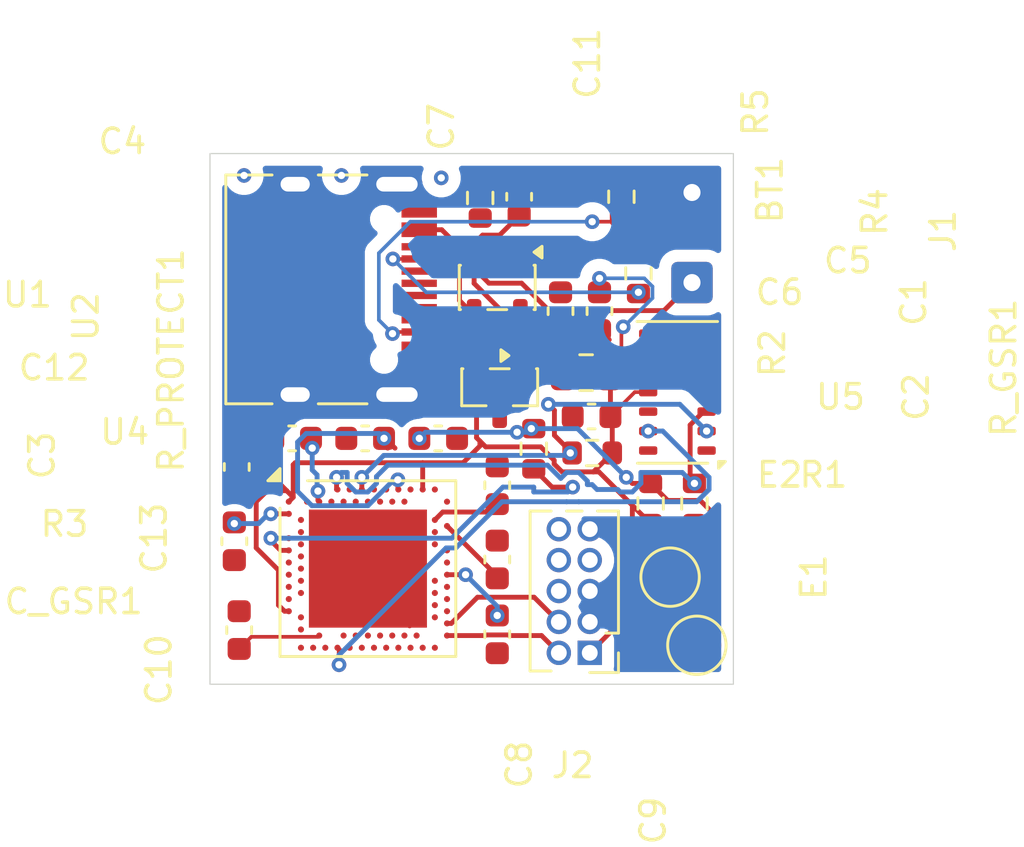
<source format=kicad_pcb>
(kicad_pcb (version 20241229) (generator "pcbnew") (generator_version "9.0")
  (layers (0 "F.Cu" signal) (2 "B.Cu" signal) (13 "F.Paste" user) (15 "B.Paste" user) (5 "F.SilkS" user "F.Silkscreen") (7 "B.SilkS" user "B.Silkscreen") (1 "F.Mask" user) (3 "B.Mask" user) (25 "Edge.Cuts" user))
  (net 0 "")
  (net 1 "GND")
  (net 2 "/VDD")
  (net 4 "/VBUS")
  (net 5 "Net-(U2-PROG)")
  (net 12 "/SWDIO")
  (net 13 "Net-(U4-AIN7{slash}P0.31)")
  (net 14 "Net-(U4-DEC4)")
  (net 20 "/SWCLK")
  (net 26 "Net-(U4-AIN0{slash}P0.02)")
  (net 31 "Net-(U4-DECUSB)")
  (net 39 "Net-(U4-DEC6)")
  (net 47 "Net-(U4-DEC2)")
  (net 50 "Net-(U4-DEC1)")
  (net 52 "Net-(U4-DEC5)")
  (net 59 "Net-(U4-DEC3)")
  (net 61 "Net-(U4-P0.13)")
  (net 79 "Net-(J1-CC1)")
  (net 80 "Net-(J1-CC2)")
  (net 86 "/GSR_SENSE")
  (net 87 "/GSR_ADC")
  (net 88 "/VBAT")
  (net 89 "unconnected-(U4-AIN1{slash}P0.03-PadB13)")
  (net 91 "unconnected-(U4-P0.18{slash}~{RESET}-PadAC13)")
  (footprint "Resistor_SMD:R_0603_1608Metric" (layer "F.Cu") (at 191.2 33.475 90)
    (property "Reference" "R2" (at 6.175 3.2 90) (layer "F.SilkS"))
    (property "Value" "4.7k")
    (pad "1" smd roundrect (at -0.825 0 90) (size 0.8 0.95) (layers "F.Cu" "F.Mask" "F.Paste") (net 2 "/VDD"))
    (pad "2" smd roundrect (at 0.825 0 90) (size 0.8 0.95) (layers "F.Cu" "F.Mask" "F.Paste") (net 13 "Net-(U4-AIN7{slash}P0.31)"))
  )
  (footprint "Capacitor_SMD:C_0603_1608Metric" (layer "F.Cu") (at 183.1 35.775 -90)
    (property "Reference" "C9" (at 10.725 -6.4 90) (layer "F.SilkS"))
    (property "Value" "1uF")
    (pad "1" smd roundrect (at -0.775 0 270) (size 0.9 0.95) (layers "F.Cu" "F.Mask" "F.Paste") (net 1 "GND"))
    (pad "2" smd roundrect (at 0.775 0 270) (size 0.9 0.95) (layers "F.Cu" "F.Mask" "F.Paste") (net 39 "Net-(U4-DEC6)"))
  )
  (footprint "Capacitor_SMD:C_0603_1608Metric" (layer "F.Cu") (at 184 20.875 90)
    (property "Reference" "C7" (at 2.875 -3.2 90) (layer "F.SilkS"))
    (property "Value" "1uF")
    (pad "1" smd roundrect (at -0.775 0 90) (size 0.9 0.95) (layers "F.Cu" "F.Mask" "F.Paste") (net 88 "/VBAT"))
    (pad "2" smd roundrect (at 0.775 0 90) (size 0.9 0.95) (layers "F.Cu" "F.Mask" "F.Paste") (net 1 "GND"))
  )
  (footprint "Capacitor_SMD:C_0603_1608Metric" (layer "F.Cu") (at 177.675 30.8)
    (property "Reference" "C12" (at -12.775 -2.9 0) (layer "F.SilkS"))
    (property "Value" "1uF")
    (pad "1" smd roundrect (at -0.775 0) (size 0.9 0.95) (layers "F.Cu" "F.Mask" "F.Paste") (net 1 "GND"))
    (pad "2" smd roundrect (at 0.775 0) (size 0.9 0.95) (layers "F.Cu" "F.Mask" "F.Paste") (net 47 "Net-(U4-DEC2)"))
  )
  (footprint "Capacitor_SMD:C_0805_2012Metric" (layer "F.Cu") (at 186.75 28.1)
    (property "Reference" "C6" (at 7.95 -3.3 0) (layer "F.SilkS"))
    (property "Value" "4.7uF")
    (pad "1" smd roundrect (at -0.95 0) (size 1 1.45) (layers "F.Cu" "F.Mask" "F.Paste") (net 1 "GND"))
    (pad "2" smd roundrect (at 0.95 0) (size 1 1.45) (layers "F.Cu" "F.Mask" "F.Paste") (net 2 "/VDD"))
  )
  (footprint "Connector_Wire:SolderWire-0.127sqmm_1x02_P3.7mm_D0.48mm_OD1mm" (layer "F.Cu") (at 191.1 24.4 90)
    (property "Reference" "BT1" (at 3.8 3.2 90) (layer "F.SilkS"))
    (property "Value" "Battery")
    (pad "1" thru_hole roundrect (at 0 0 90) (size 1.7 1.7) (drill 0.7) (layers "*.Cu" "*.Mask") (roundrect_rratio 0.147059) (net 88 "/VBAT"))
    (pad "2" thru_hole circle (at 3.7 0 90) (size 1.7 1.7) (drill 0.7) (layers "*.Cu" "*.Mask") (net 1 "GND"))
  )
  (footprint "Package_TO_SOT_SMD:SOT-23-5" (layer "F.Cu") (at 183.1 24.6 -90)
    (property "Reference" "U2" (at 1.2 16.9 90) (layer "F.SilkS"))
    (property "Value" "MCP73831-2-OT")
    (pad "1" smd roundrect (at -1.1375 -0.95 270) (size 1.325 0.6) (layers "F.Cu" "F.Mask" "F.Paste"))
    (pad "2" smd roundrect (at -1.1375 0 270) (size 1.325 0.6) (layers "F.Cu" "F.Mask" "F.Paste") (net 1 "GND"))
    (pad "3" smd roundrect (at -1.1375 0.95 270) (size 1.325 0.6) (layers "F.Cu" "F.Mask" "F.Paste") (net 88 "/VBAT"))
    (pad "4" smd roundrect (at 1.1375 0.95 270) (size 1.325 0.6) (layers "F.Cu" "F.Mask" "F.Paste") (net 4 "/VBUS"))
    (pad "5" smd roundrect (at 1.1375 -0.95 270) (size 1.325 0.6) (layers "F.Cu" "F.Mask" "F.Paste") (net 5 "Net-(U2-PROG)"))
  )
  (footprint "Package_DFN_QFN:Nordic_AQFN-73-1EP_7x7mm_P0.5mm" (layer "F.Cu") (at 177.7875 36.15)
    (property "Reference" "U4" (at -9.9875 -5.6125 0) (layer "F.SilkS"))
    (property "Value" "nRF52840")
    (pad "A8" smd circle (at -1.25 -3.25 180) (size 0.25 0.25) (property pad_prop_bga) (layers "F.Cu" "F.Mask" "F.Paste") (net 13 "Net-(U4-AIN7{slash}P0.31)"))
    (pad "A10" smd circle (at -0.75 -3.25 180) (size 0.25 0.25) (property pad_prop_bga) (layers "F.Cu" "F.Mask" "F.Paste"))
    (pad "A12" smd circle (at -0.25 -3.25 180) (size 0.25 0.25) (property pad_prop_bga) (layers "F.Cu" "F.Mask" "F.Paste") (net 26 "Net-(U4-AIN0{slash}P0.02)"))
    (pad "A14" smd circle (at 0.25 -3.25 180) (size 0.25 0.25) (property pad_prop_bga) (layers "F.Cu" "F.Mask" "F.Paste"))
    (pad "A16" smd circle (at 0.75 -3.25 180) (size 0.25 0.25) (property pad_prop_bga) (layers "F.Cu" "F.Mask" "F.Paste"))
    (pad "A18" smd circle (at 1.25 -3.25 180) (size 0.25 0.25) (property pad_prop_bga) (layers "F.Cu" "F.Mask" "F.Paste") (net 47 "Net-(U4-DEC2)"))
    (pad "A20" smd circle (at 1.75 -3.25 180) (size 0.25 0.25) (property pad_prop_bga) (layers "F.Cu" "F.Mask" "F.Paste"))
    (pad "A22" smd circle (at 2.25 -3.25 180) (size 0.25 0.25) (property pad_prop_bga) (layers "F.Cu" "F.Mask" "F.Paste") (net 2 "/VDD"))
    (pad "A23" smd circle (at 2.75 -3.25 180) (size 0.25 0.25) (property pad_prop_bga) (layers "F.Cu" "F.Mask" "F.Paste"))
    (pad "AA24" smd circle (at 3.25 2.25 180) (size 0.25 0.25) (property pad_prop_bga) (layers "F.Cu" "F.Mask" "F.Paste") (net 20 "/SWCLK"))
    (pad "AB2" smd circle (at -2.75 2.5 180) (size 0.25 0.25) (property pad_prop_bga) (layers "F.Cu" "F.Mask" "F.Paste") (clearance 0.1))
    (pad "AC5" smd circle (at -2 2.75 180) (size 0.25 0.25) (property pad_prop_bga) (layers "F.Cu" "F.Mask" "F.Paste") (net 31 "Net-(U4-DECUSB)"))
    (pad "AC9" smd circle (at -1 2.75 180) (size 0.25 0.25) (property pad_prop_bga) (layers "F.Cu" "F.Mask" "F.Paste"))
    (pad "AC11" smd circle (at -0.5 2.75 180) (size 0.25 0.25) (property pad_prop_bga) (layers "F.Cu" "F.Mask" "F.Paste"))
    (pad "AC13" smd circle (at 0 2.75 180) (size 0.25 0.25) (property pad_prop_bga) (layers "F.Cu" "F.Mask" "F.Paste") (net 91 "unconnected-(U4-P0.18{slash}~{RESET}-PadAC13)"))
    (pad "AC15" smd circle (at 0.5 2.75 180) (size 0.25 0.25) (property pad_prop_bga) (layers "F.Cu" "F.Mask" "F.Paste"))
    (pad "AC17" smd circle (at 1 2.75 180) (size 0.25 0.25) (property pad_prop_bga) (layers "F.Cu" "F.Mask" "F.Paste"))
    (pad "AC19" smd circle (at 1.5 2.75 180) (size 0.25 0.25) (property pad_prop_bga) (layers "F.Cu" "F.Mask" "F.Paste"))
    (pad "AC21" smd circle (at 2 2.75 180) (size 0.25 0.25) (property pad_prop_bga) (layers "F.Cu" "F.Mask" "F.Paste"))
    (pad "AC24" smd circle (at 3.25 2.75 180) (size 0.25 0.25) (property pad_prop_bga) (layers "F.Cu" "F.Mask" "F.Paste") (net 12 "/SWDIO"))
    (pad "AD2" smd circle (at -2.75 3.25 180) (size 0.25 0.25) (property pad_prop_bga) (layers "F.Cu" "F.Mask" "F.Paste") (clearance 0.1))
    (pad "AD4" smd circle (at -2.25 3.25 180) (size 0.25 0.25) (property pad_prop_bga) (layers "F.Cu" "F.Mask" "F.Paste"))
    (pad "AD6" smd circle (at -1.75 3.25 180) (size 0.25 0.25) (property pad_prop_bga) (layers "F.Cu" "F.Mask" "F.Paste"))
    (pad "AD8" smd circle (at -1.25 3.25 180) (size 0.25 0.25) (property pad_prop_bga) (layers "F.Cu" "F.Mask" "F.Paste") (net 61 "Net-(U4-P0.13)"))
    (pad "AD10" smd circle (at -0.75 3.25 180) (size 0.25 0.25) (property pad_prop_bga) (layers "F.Cu" "F.Mask" "F.Paste"))
    (pad "AD12" smd circle (at -0.25 3.25 180) (size 0.25 0.25) (property pad_prop_bga) (layers "F.Cu" "F.Mask" "F.Paste"))
    (pad "AD14" smd circle (at 0.25 3.25 180) (size 0.25 0.25) (property pad_prop_bga) (layers "F.Cu" "F.Mask" "F.Paste") (net 2 "/VDD"))
    (pad "AD16" smd circle (at 0.75 3.25 180) (size 0.25 0.25) (property pad_prop_bga) (layers "F.Cu" "F.Mask" "F.Paste"))
    (pad "AD18" smd circle (at 1.25 3.25 180) (size 0.25 0.25) (property pad_prop_bga) (layers "F.Cu" "F.Mask" "F.Paste"))
    (pad "AD20" smd circle (at 1.75 3.25 180) (size 0.25 0.25) (property pad_prop_bga) (layers "F.Cu" "F.Mask" "F.Paste"))
    (pad "AD22" smd circle (at 2.25 3.25 180) (size 0.25 0.25) (property pad_prop_bga) (layers "F.Cu" "F.Mask" "F.Paste"))
    (pad "AD23" smd circle (at 2.75 3.25 180) (size 0.25 0.25) (property pad_prop_bga) (layers "F.Cu" "F.Mask" "F.Paste") (net 2 "/VDD"))
    (pad "B1" smd circle (at -3.25 -2.75 180) (size 0.25 0.25) (property pad_prop_bga) (layers "F.Cu" "F.Mask" "F.Paste") (net 2 "/VDD"))
    (pad "B3" smd circle (at -2.5 -2.75 180) (size 0.25 0.25) (property pad_prop_bga) (layers "F.Cu" "F.Mask" "F.Paste"))
    (pad "B5" smd circle (at -2 -2.75 180) (size 0.25 0.25) (property pad_prop_bga) (layers "F.Cu" "F.Mask" "F.Paste") (net 14 "Net-(U4-DEC4)"))
    (pad "B7" smd circle (at -1.5 -2.75 180) (size 0.25 0.25) (property pad_prop_bga) (layers "F.Cu" "F.Mask" "F.Paste") (net 1 "GND"))
    (pad "B9" smd circle (at -1 -2.75 180) (size 0.25 0.25) (property pad_prop_bga) (layers "F.Cu" "F.Mask" "F.Paste"))
    (pad "B11" smd circle (at -0.5 -2.75 180) (size 0.25 0.25) (property pad_prop_bga) (layers "F.Cu" "F.Mask" "F.Paste"))
    (pad "B13" smd circle (at 0 -2.75 180) (size 0.25 0.25) (property pad_prop_bga) (layers "F.Cu" "F.Mask" "F.Paste") (net 89 "unconnected-(U4-AIN1{slash}P0.03-PadB13)"))
    (pad "B15" smd circle (at 0.5 -2.75 180) (size 0.25 0.25) (property pad_prop_bga) (layers "F.Cu" "F.Mask" "F.Paste"))
    (pad "B17" smd circle (at 1 -2.75 180) (size 0.25 0.25) (property pad_prop_bga) (layers "F.Cu" "F.Mask" "F.Paste"))
    (pad "B19" smd circle (at 1.5 -2.75 180) (size 0.25 0.25) (property pad_prop_bga) (layers "F.Cu" "F.Mask" "F.Paste"))
    (pad "B24" smd circle (at 3.25 -2.75 180) (size 0.25 0.25) (property pad_prop_bga) (layers "F.Cu" "F.Mask" "F.Paste"))
    (pad "C1" smd circle (at -3.25 -2.25 180) (size 0.25 0.25) (property pad_prop_bga) (layers "F.Cu" "F.Mask" "F.Paste") (net 50 "Net-(U4-DEC1)"))
    (pad "D2" smd circle (at -2.75 -2 180) (size 0.25 0.25) (property pad_prop_bga) (layers "F.Cu" "F.Mask" "F.Paste"))
    (pad "D23" smd circle (at 2.75 -2 180) (size 0.25 0.25) (property pad_prop_bga) (layers "F.Cu" "F.Mask" "F.Paste") (net 59 "Net-(U4-DEC3)"))
    (pad "E24" smd circle (at 3.25 -1.75 180) (size 0.25 0.25) (property pad_prop_bga) (layers "F.Cu" "F.Mask" "F.Paste") (net 39 "Net-(U4-DEC6)"))
    (pad "EP" smd rect (at 0 0 180) (size 4.85 4.85) (layers "F.Cu" "F.Mask") (net 1 "GND"))
    (pad "F2" smd circle (at -2.75 -1.5 180) (size 0.25 0.25) (property pad_prop_bga) (layers "F.Cu" "F.Mask" "F.Paste"))
    (pad "F23" smd circle (at 2.75 -1.5 180) (size 0.25 0.25) (property pad_prop_bga) (layers "F.Cu" "F.Mask" "F.Paste") (net 1 "GND"))
    (pad "G1" smd circle (at -3.25 -1.25 180) (size 0.25 0.25) (property pad_prop_bga) (layers "F.Cu" "F.Mask" "F.Paste"))
    (pad "H2" smd circle (at -2.75 -1 180) (size 0.25 0.25) (property pad_prop_bga) (layers "F.Cu" "F.Mask" "F.Paste"))
    (pad "H23" smd circle (at 2.75 -1 180) (size 0.25 0.25) (property pad_prop_bga) (layers "F.Cu" "F.Mask" "F.Paste"))
    (pad "J1" smd circle (at -3.25 -0.75 180) (size 0.25 0.25) (property pad_prop_bga) (layers "F.Cu" "F.Mask" "F.Paste") (net 87 "/GSR_ADC"))
    (pad "J24" smd circle (at 3.25 -0.75 180) (size 0.25 0.25) (property pad_prop_bga) (layers "F.Cu" "F.Mask" "F.Paste"))
    (pad "K2" smd circle (at -2.75 -0.5 180) (size 0.25 0.25) (property pad_prop_bga) (layers "F.Cu" "F.Mask" "F.Paste"))
    (pad "L1" smd circle (at -3.25 -0.25 180) (size 0.25 0.25) (property pad_prop_bga) (layers "F.Cu" "F.Mask" "F.Paste"))
    (pad "L24" smd circle (at 3.25 -0.25 180) (size 0.25 0.25) (property pad_prop_bga) (layers "F.Cu" "F.Mask" "F.Paste"))
    (pad "M2" smd circle (at -2.75 0 180) (size 0.25 0.25) (property pad_prop_bga) (layers "F.Cu" "F.Mask" "F.Paste"))
    (pad "N1" smd circle (at -3.25 0.25 180) (size 0.25 0.25) (property pad_prop_bga) (layers "F.Cu" "F.Mask" "F.Paste"))
    (pad "N24" smd circle (at 3.25 0.25 180) (size 0.25 0.25) (property pad_prop_bga) (layers "F.Cu" "F.Mask" "F.Paste") (net 52 "Net-(U4-DEC5)"))
    (pad "P2" smd circle (at -2.75 0.5 180) (size 0.25 0.25) (property pad_prop_bga) (layers "F.Cu" "F.Mask" "F.Paste"))
    (pad "P23" smd circle (at 2.75 0.5 180) (size 0.25 0.25) (property pad_prop_bga) (layers "F.Cu" "F.Mask" "F.Paste"))
    (pad "R1" smd circle (at -3.25 0.75 180) (size 0.25 0.25) (property pad_prop_bga) (layers "F.Cu" "F.Mask" "F.Paste"))
    (pad "R24" smd circle (at 3.25 0.75 180) (size 0.25 0.25) (property pad_prop_bga) (layers "F.Cu" "F.Mask" "F.Paste"))
    (pad "T2" smd circle (at -2.75 1 180) (size 0.25 0.25) (property pad_prop_bga) (layers "F.Cu" "F.Mask" "F.Paste"))
    (pad "T23" smd circle (at 2.75 1 180) (size 0.25 0.25) (property pad_prop_bga) (layers "F.Cu" "F.Mask" "F.Paste"))
    (pad "U1" smd circle (at -3.25 1.25 180) (size 0.25 0.25) (property pad_prop_bga) (layers "F.Cu" "F.Mask" "F.Paste"))
    (pad "U24" smd circle (at 3.25 1.25 180) (size 0.25 0.25) (property pad_prop_bga) (layers "F.Cu" "F.Mask" "F.Paste"))
    (pad "V23" smd circle (at 2.75 1.5 180) (size 0.25 0.25) (property pad_prop_bga) (layers "F.Cu" "F.Mask" "F.Paste"))
    (pad "W1" smd circle (at -3.25 1.75 180) (size 0.25 0.25) (property pad_prop_bga) (layers "F.Cu" "F.Mask" "F.Paste") (net 2 "/VDD"))
    (pad "W24" smd circle (at 3.25 1.75 180) (size 0.25 0.25) (property pad_prop_bga) (layers "F.Cu" "F.Mask" "F.Paste"))
    (pad "Y2" smd circle (at -2.75 2 180) (size 0.25 0.25) (property pad_prop_bga) (layers "F.Cu" "F.Mask" "F.Paste"))
    (pad "Y23" smd circle (at 2.75 2 180) (size 0.25 0.25) (property pad_prop_bga) (layers "F.Cu" "F.Mask" "F.Paste"))
  )
  (footprint "Capacitor_SMD:C_0603_1608Metric" (layer "F.Cu") (at 174.675 30.8)
    (property "Reference" "C4" (at -6.975 -12.2 0) (layer "F.SilkS"))
    (property "Value" "1uF")
    (pad "1" smd roundrect (at -0.775 0) (size 0.9 0.95) (layers "F.Cu" "F.Mask" "F.Paste") (net 1 "GND"))
    (pad "2" smd roundrect (at 0.775 0) (size 0.9 0.95) (layers "F.Cu" "F.Mask" "F.Paste") (net 14 "Net-(U4-DEC4)"))
  )
  (footprint "Capacitor_SMD:C_0603_1608Metric" (layer "F.Cu") (at 185.7 25.575 90)
    (property "Reference" "C1" (at 0.375 14.5 90) (layer "F.SilkS"))
    (property "Value" "10uF")
    (pad "1" smd roundrect (at -0.775 0 90) (size 0.9 0.95) (layers "F.Cu" "F.Mask" "F.Paste") (net 88 "/VBAT"))
    (pad "2" smd roundrect (at 0.775 0 90) (size 0.9 0.95) (layers "F.Cu" "F.Mask" "F.Paste") (net 1 "GND"))
  )
  (footprint "Resistor_SMD:R_0603_1608Metric" (layer "F.Cu") (at 187 31.4 180)
    (property "Reference" "R1" (at -9.5 -0.9 0) (layer "F.SilkS"))
    (property "Value" "4.7k")
    (pad "1" smd roundrect (at -0.825 0 180) (size 0.8 0.95) (layers "F.Cu" "F.Mask" "F.Paste") (net 2 "/VDD"))
    (pad "2" smd roundrect (at 0.825 0 180) (size 0.8 0.95) (layers "F.Cu" "F.Mask" "F.Paste") (net 26 "Net-(U4-AIN0{slash}P0.02)"))
  )
  (footprint "TestPoint:TestPoint_Pad_D2.0mm" (layer "F.Cu") (at 190.2 36.5)
    (property "Reference" "E2" (at 4.5 -4.2 0) (layer "F.SilkS"))
    (property "Value" "TestPoint")
    (pad "1" smd circle (at 0 0) (size 2 2) (layers "F.Cu" "F.Mask") (net 1 "GND"))
  )
  (footprint "Resistor_SMD:R_0603_1608Metric" (layer "F.Cu") (at 184.6 31.225 90)
    (property "Reference" "R_PROTECT1" (at 3.625 -14.9 90) (layer "F.SilkS"))
    (property "Value" "100k")
    (pad "1" smd roundrect (at -0.825 0 90) (size 0.8 0.95) (layers "F.Cu" "F.Mask" "F.Paste") (net 87 "/GSR_ADC"))
    (pad "2" smd roundrect (at 0.825 0 90) (size 0.8 0.95) (layers "F.Cu" "F.Mask" "F.Paste") (net 86 "/GSR_SENSE"))
  )
  (footprint "Resistor_SMD:R_0603_1608Metric" (layer "F.Cu") (at 182.4 20.925 90)
    (property "Reference" "R3" (at -13.3925 -17.075 0) (layer "F.SilkS"))
    (property "Value" "30k")
    (pad "1" smd roundrect (at -0.825 0 90) (size 0.8 0.95) (layers "F.Cu" "F.Mask" "F.Paste") (net 5 "Net-(U2-PROG)"))
    (pad "2" smd roundrect (at 0.825 0 90) (size 0.8 0.95) (layers "F.Cu" "F.Mask" "F.Paste") (net 1 "GND"))
  )
  (footprint "Capacitor_SMD:C_0603_1608Metric" (layer "F.Cu") (at 172.3 35.025 90)
    (property "Reference" "C13" (at 0.125 -3.3 90) (layer "F.SilkS"))
    (property "Value" "1uF")
    (pad "1" smd roundrect (at -0.775 0 90) (size 0.9 0.95) (layers "F.Cu" "F.Mask" "F.Paste") (net 1 "GND"))
    (pad "2" smd roundrect (at 0.775 0 90) (size 0.9 0.95) (layers "F.Cu" "F.Mask" "F.Paste") (net 50 "Net-(U4-DEC1)"))
  )
  (footprint "Capacitor_SMD:C_0603_1608Metric" (layer "F.Cu") (at 180.675 30.8)
    (property "Reference" "C_GSR1" (at -14.975 6.7 0) (layer "F.SilkS"))
    (property "Value" ".1uF")
    (pad "1" smd roundrect (at -0.775 0) (size 0.9 0.95) (layers "F.Cu" "F.Mask" "F.Paste") (net 86 "/GSR_SENSE"))
    (pad "2" smd roundrect (at 0.775 0) (size 0.9 0.95) (layers "F.Cu" "F.Mask" "F.Paste") (net 1 "GND"))
  )
  (footprint "Resistor_SMD:R_0603_1608Metric" (layer "F.Cu") (at 188.9 24.025 -90)
    (property "Reference" "R4" (at -2.525 -9.7 90) (layer "F.SilkS"))
    (property "Value" "5.1k")
    (pad "1" smd roundrect (at -0.825 0 270) (size 0.8 0.95) (layers "F.Cu" "F.Mask" "F.Paste") (net 1 "GND"))
    (pad "2" smd roundrect (at 0.825 0 270) (size 0.8 0.95) (layers "F.Cu" "F.Mask" "F.Paste") (net 79 "Net-(J1-CC1)"))
  )
  (footprint "TestPoint:TestPoint_Pad_D2.0mm" (layer "F.Cu") (at 191.3 39.3)
    (property "Reference" "E1" (at 4.8 -2.8 90) (layer "F.SilkS"))
    (property "Value" "TestPoint")
    (pad "1" smd circle (at 0 0) (size 2 2) (layers "F.Cu" "F.Mask") (net 86 "/GSR_SENSE"))
  )
  (footprint "Package_TO_SOT_SMD:SOT-23" (layer "F.Cu") (at 183.2 28.7 -90)
    (property "Reference" "U1" (at -3.8 19.4 0) (layer "F.SilkS"))
    (property "Value" "MCP1700x-180xxTT")
    (pad "1" smd roundrect (at -0.9375 -0.95 270) (size 1.475 0.6) (layers "F.Cu" "F.Mask" "F.Paste") (net 1 "GND"))
    (pad "2" smd roundrect (at -0.9375 0.95 270) (size 1.475 0.6) (layers "F.Cu" "F.Mask" "F.Paste") (net 2 "/VDD"))
    (pad "3" smd roundrect (at 0.9375 0 270) (size 1.475 0.6) (layers "F.Cu" "F.Mask" "F.Paste") (net 88 "/VBAT"))
  )
  (footprint "Resistor_SMD:R_0603_1608Metric" (layer "F.Cu") (at 189.4 33.475 -90)
    (property "Reference" "R_GSR1" (at -5.575 -14.5 90) (layer "F.SilkS"))
    (property "Value" "220k")
    (pad "1" smd roundrect (at -0.825 0 270) (size 0.8 0.95) (layers "F.Cu" "F.Mask" "F.Paste") (net 86 "/GSR_SENSE"))
    (pad "2" smd roundrect (at 0.825 0 270) (size 0.8 0.95) (layers "F.Cu" "F.Mask" "F.Paste") (net 2 "/VDD"))
  )
  (footprint "Capacitor_SMD:C_0603_1608Metric" (layer "F.Cu") (at 187.3 25.575 90)
    (property "Reference" "C2" (at -3.525 13 90) (layer "F.SilkS"))
    (property "Value" "10uF")
    (pad "1" smd roundrect (at -0.775 0 90) (size 0.9 0.95) (layers "F.Cu" "F.Mask" "F.Paste") (net 1 "GND"))
    (pad "2" smd roundrect (at 0.775 0 90) (size 0.9 0.95) (layers "F.Cu" "F.Mask" "F.Paste") (net 2 "/VDD"))
  )
  (footprint "Capacitor_SMD:C_0603_1608Metric" (layer "F.Cu") (at 183.1 32.725 -90)
    (property "Reference" "C11" (at -17.325 -3.7 90) (layer "F.SilkS"))
    (property "Value" "1uF")
    (pad "1" smd roundrect (at -0.775 0 270) (size 0.9 0.95) (layers "F.Cu" "F.Mask" "F.Paste") (net 1 "GND"))
    (pad "2" smd roundrect (at 0.775 0 270) (size 0.9 0.95) (layers "F.Cu" "F.Mask" "F.Paste") (net 59 "Net-(U4-DEC3)"))
  )
  (footprint "Capacitor_SMD:C_0603_1608Metric" (layer "F.Cu") (at 172.5 38.675 -90)
    (property "Reference" "C10" (at 1.625 3.3 90) (layer "F.SilkS"))
    (property "Value" "1uF")
    (pad "1" smd roundrect (at -0.775 0 270) (size 0.9 0.95) (layers "F.Cu" "F.Mask" "F.Paste") (net 1 "GND"))
    (pad "2" smd roundrect (at 0.775 0 270) (size 0.9 0.95) (layers "F.Cu" "F.Mask" "F.Paste") (net 31 "Net-(U4-DECUSB)"))
  )
  (footprint "Resistor_SMD:R_0603_1608Metric" (layer "F.Cu") (at 188.2 20.875 -90)
    (property "Reference" "R5" (at -3.475 -5.5 90) (layer "F.SilkS"))
    (property "Value" "5.1k")
    (pad "1" smd roundrect (at -0.825 0 270) (size 0.8 0.95) (layers "F.Cu" "F.Mask" "F.Paste") (net 1 "GND"))
    (pad "2" smd roundrect (at 0.825 0 270) (size 0.8 0.95) (layers "F.Cu" "F.Mask" "F.Paste") (net 80 "Net-(J1-CC2)"))
  )
  (footprint "Connector_PinHeader_1.27mm:PinHeader_2x05_P1.27mm_Vertical" (layer "F.Cu") (at 186.9 39.61 180)
    (property "Reference" "J2" (at 0.7 -4.62 0) (layer "F.SilkS"))
    (property "Value" "SWD_HEADER")
    (pad "1" thru_hole rect (at 0 0 180) (size 1 1) (drill 0.65) (layers "*.Cu" "*.Mask") (net 2 "/VDD"))
    (pad "2" thru_hole circle (at 1.27 0 180) (size 1 1) (drill 0.65) (layers "*.Cu" "*.Mask") (net 12 "/SWDIO"))
    (pad "3" thru_hole circle (at 0 1.27 180) (size 1 1) (drill 0.65) (layers "*.Cu" "*.Mask") (net 1 "GND"))
    (pad "4" thru_hole circle (at 1.27 1.27 180) (size 1 1) (drill 0.65) (layers "*.Cu" "*.Mask") (net 20 "/SWCLK"))
    (pad "5" thru_hole circle (at 0 2.54 180) (size 1 1) (drill 0.65) (layers "*.Cu" "*.Mask") (net 1 "GND"))
    (pad "6" thru_hole circle (at 1.27 2.54 180) (size 1 1) (drill 0.65) (layers "*.Cu" "*.Mask"))
    (pad "7" thru_hole circle (at 0 3.81 180) (size 1 1) (drill 0.65) (layers "*.Cu" "*.Mask"))
    (pad "8" thru_hole circle (at 1.27 3.81 180) (size 1 1) (drill 0.65) (layers "*.Cu" "*.Mask"))
    (pad "9" thru_hole circle (at 0 5.08 180) (size 1 1) (drill 0.65) (layers "*.Cu" "*.Mask") (net 1 "GND"))
    (pad "10" thru_hole circle (at 1.27 5.08 180) (size 1 1) (drill 0.65) (layers "*.Cu" "*.Mask"))
  )
  (footprint "Capacitor_SMD:C_0603_1608Metric" (layer "F.Cu") (at 183.1 38.85 90)
    (property "Reference" "C8" (at -5.35 0.9 90) (layer "F.SilkS"))
    (property "Value" "1uF")
    (pad "1" smd roundrect (at -0.775 0 90) (size 0.9 0.95) (layers "F.Cu" "F.Mask" "F.Paste") (net 1 "GND"))
    (pad "2" smd roundrect (at 0.775 0 90) (size 0.9 0.95) (layers "F.Cu" "F.Mask" "F.Paste") (net 52 "Net-(U4-DEC5)"))
  )
  (footprint "Connector_USB:USB_C_Receptacle_HRO_TYPE-C-31-M-12" (layer "F.Cu") (at 175.85 24.68 -90)
    (property "Reference" "J1" (at -2.4 -25.56 90) (layer "F.SilkS"))
    (property "Value" "USB_C_Receptacle_USB2.0_16P")
    (pad "" np_thru_hole circle (at -2.89 -2.6 270) (size 0.65 0.65) (drill 0.65) (layers "*.Cu" "*.Mask"))
    (pad "" np_thru_hole circle (at 2.89 -2.6 270) (size 0.65 0.65) (drill 0.65) (layers "*.Cu" "*.Mask"))
    (pad "A1" smd rect (at -3.25 -4.045 270) (size 0.6 1.45) (layers "F.Cu" "F.Mask" "F.Paste") (net 1 "GND"))
    (pad "A4" smd rect (at -2.45 -4.045 270) (size 0.6 1.45) (layers "F.Cu" "F.Mask" "F.Paste") (net 4 "/VBUS"))
    (pad "A5" smd rect (at -1.25 -4.045 270) (size 0.3 1.45) (layers "F.Cu" "F.Mask" "F.Paste") (net 79 "Net-(J1-CC1)"))
    (pad "A6" smd rect (at -0.25 -4.045 270) (size 0.3 1.45) (layers "F.Cu" "F.Mask" "F.Paste"))
    (pad "A7" smd rect (at 0.25 -4.045 270) (size 0.3 1.45) (layers "F.Cu" "F.Mask" "F.Paste"))
    (pad "A8" smd rect (at 1.25 -4.045 270) (size 0.3 1.45) (layers "F.Cu" "F.Mask" "F.Paste"))
    (pad "A9" smd rect (at 2.45 -4.045 270) (size 0.6 1.45) (layers "F.Cu" "F.Mask" "F.Paste") (net 4 "/VBUS"))
    (pad "A12" smd rect (at 3.25 -4.045 270) (size 0.6 1.45) (layers "F.Cu" "F.Mask" "F.Paste") (net 1 "GND"))
    (pad "B1" smd rect (at 3.25 -4.045 270) (size 0.6 1.45) (layers "F.Cu" "F.Mask" "F.Paste") (net 1 "GND"))
    (pad "B4" smd rect (at 2.45 -4.045 270) (size 0.6 1.45) (layers "F.Cu" "F.Mask" "F.Paste") (net 4 "/VBUS"))
    (pad "B5" smd rect (at 1.75 -4.045 270) (size 0.3 1.45) (layers "F.Cu" "F.Mask" "F.Paste") (net 80 "Net-(J1-CC2)"))
    (pad "B6" smd rect (at 0.75 -4.045 270) (size 0.3 1.45) (layers "F.Cu" "F.Mask" "F.Paste"))
    (pad "B7" smd rect (at -0.75 -4.045 270) (size 0.3 1.45) (layers "F.Cu" "F.Mask" "F.Paste"))
    (pad "B8" smd rect (at -1.75 -4.045 270) (size 0.3 1.45) (layers "F.Cu" "F.Mask" "F.Paste"))
    (pad "B9" smd rect (at -2.45 -4.045 270) (size 0.6 1.45) (layers "F.Cu" "F.Mask" "F.Paste") (net 4 "/VBUS"))
    (pad "B12" smd rect (at -3.25 -4.045 270) (size 0.6 1.45) (layers "F.Cu" "F.Mask" "F.Paste") (net 1 "GND"))
    (pad "S1" thru_hole oval (at -4.32 -3.13 270) (size 1 2.1) (drill oval 0.6 1.7) (property pad_prop_heatsink) (layers "*.Cu" "*.Mask") (net 1 "GND"))
    (pad "S1" thru_hole oval (at -4.32 1.05 270) (size 1 1.6) (drill oval 0.6 1.2) (property pad_prop_heatsink) (layers "*.Cu" "*.Mask") (net 1 "GND"))
    (pad "S1" thru_hole oval (at 4.32 -3.13 270) (size 1 2.1) (drill oval 0.6 1.7) (property pad_prop_heatsink) (layers "*.Cu" "*.Mask") (net 1 "GND"))
    (pad "S1" thru_hole oval (at 4.32 1.05 270) (size 1 1.6) (drill oval 0.6 1.2) (property pad_prop_heatsink) (layers "*.Cu" "*.Mask") (net 1 "GND"))
  )
  (footprint "Capacitor_SMD:C_0603_1608Metric" (layer "F.Cu") (at 186.975 29.9)
    (property "Reference" "C5" (at 10.525 -6.4 0) (layer "F.SilkS"))
    (property "Value" "1uF")
    (pad "1" smd roundrect (at -0.775 0) (size 0.9 0.95) (layers "F.Cu" "F.Mask" "F.Paste") (net 1 "GND"))
    (pad "2" smd roundrect (at 0.775 0) (size 0.9 0.95) (layers "F.Cu" "F.Mask" "F.Paste") (net 2 "/VDD"))
  )
  (footprint "OptoDevice:Maxim_OLGA-14_3.3x5.6mm_P0.8mm" (layer "F.Cu") (at 190.5 28.9 180)
    (property "Reference" "U5" (at -6.7 -0.2 0) (layer "F.SilkS"))
    (property "Value" "MAX30102")
    (pad "1" smd roundrect (at -1.2 -2.4 180) (size 0.75 0.35) (layers "F.Cu" "F.Mask" "F.Paste"))
    (pad "2" smd roundrect (at -1.2 -1.6 180) (size 0.75 0.35) (layers "F.Cu" "F.Mask" "F.Paste") (net 26 "Net-(U4-AIN0{slash}P0.02)"))
    (pad "3" smd roundrect (at -1.2 -0.8 180) (size 0.75 0.35) (layers "F.Cu" "F.Mask" "F.Paste") (net 13 "Net-(U4-AIN7{slash}P0.31)"))
    (pad "4" smd roundrect (at -1.2 0 180) (size 0.75 0.35) (layers "F.Cu" "F.Mask" "F.Paste") (net 1 "GND"))
    (pad "5" smd roundrect (at -1.2 0.8 180) (size 0.75 0.35) (layers "F.Cu" "F.Mask" "F.Paste"))
    (pad "6" smd roundrect (at -1.2 1.6 180) (size 0.75 0.35) (layers "F.Cu" "F.Mask" "F.Paste"))
    (pad "7" smd roundrect (at -1.2 2.4 180) (size 0.75 0.35) (layers "F.Cu" "F.Mask" "F.Paste"))
    (pad "8" smd roundrect (at 1.2 2.4 180) (size 0.75 0.35) (layers "F.Cu" "F.Mask" "F.Paste"))
    (pad "9" smd roundrect (at 1.2 1.6 180) (size 0.75 0.35) (layers "F.Cu" "F.Mask" "F.Paste") (net 2 "/VDD"))
    (pad "10" smd roundrect (at 1.2 0.8 180) (size 0.75 0.35) (layers "F.Cu" "F.Mask" "F.Paste") (net 2 "/VDD"))
    (pad "11" smd roundrect (at 1.2 0 180) (size 0.75 0.35) (layers "F.Cu" "F.Mask" "F.Paste") (net 2 "/VDD"))
    (pad "12" smd roundrect (at 1.2 -0.8 180) (size 0.75 0.35) (layers "F.Cu" "F.Mask" "F.Paste") (net 1 "GND"))
    (pad "13" smd roundrect (at 1.2 -1.6 180) (size 0.75 0.35) (layers "F.Cu" "F.Mask" "F.Paste") (net 61 "Net-(U4-P0.13)"))
    (pad "14" smd roundrect (at 1.2 -2.4 180) (size 0.75 0.35) (layers "F.Cu" "F.Mask" "F.Paste"))
  )
  (footprint "Capacitor_SMD:C_0603_1608Metric" (layer "F.Cu") (at 172.4 31.975 -90)
    (property "Reference" "C3" (at -0.475 8 90) (layer "F.SilkS"))
    (property "Value" ".1uF")
    (pad "1" smd roundrect (at -0.775 0 270) (size 0.9 0.95) (layers "F.Cu" "F.Mask" "F.Paste") (net 1 "GND"))
    (pad "2" smd roundrect (at 0.775 0 270) (size 0.9 0.95) (layers "F.Cu" "F.Mask" "F.Paste") (net 2 "/VDD"))
  )
  (gr_rect (start 171.3 19.1) (end 192.8 40.9) (stroke (width 0.05)) (fill no) (layer "Edge.Cuts"))
  (via (at 176.7 20) (size 0.6) (drill 0.3) (layers "F.Cu" "B.Cu") (net 0))
  (via (at 172.7 20) (size 0.6) (drill 0.3) (layers "F.Cu" "B.Cu") (net 0))
  (via (at 180.8 20.1) (size 0.6) (drill 0.3) (layers "F.Cu" "B.Cu") (net 0))
  (segment (start 187.7 26.75) (end 187.3 26.35) (width 0.2) (layer "F.Cu") (net 1))
  (segment (start 177.7875 36.7875) (end 179.5 38.5) (width 0.2) (layer "F.Cu") (net 1))
  (segment (start 177.7875 36.15) (end 177.7875 36.7875) (width 0.2) (layer "F.Cu") (net 1))
  (segment (start 185.439064 31.7) (end 185.439064 31.853128) (width 0.2) (layer "F.Cu") (net 2))
  (segment (start 187.825 31.4) (end 187.825 29.975) (width 0.2) (layer "F.Cu") (net 2))
  (segment (start 173.2 33.4) (end 173.2 35.3) (width 0.2) (layer "F.Cu") (net 2))
  (segment (start 182.388445 30.911555) (end 182.388445 31.111555) (width 0.2) (layer "F.Cu") (net 2))
  (segment (start 188.75 28.9) (end 189.3 28.9) (width 0.15) (layer "F.Cu") (net 2))
  (segment (start 187.7 28.1) (end 188.2 27.6) (width 0.15) (layer "F.Cu") (net 2))
  (segment (start 181.7 31.8) (end 180.0375 31.8) (width 0.2) (layer "F.Cu") (net 2))
  (segment (start 173.2 35.3) (end 174.1115 36.2115) (width 0.2) (layer "F.Cu") (net 2))
  (segment (start 185.439064 31.853128) (end 185.761936 32.176) (width 0.2) (layer "F.Cu") (net 2))
  (segment (start 174.25 32.75) (end 172.4 32.75) (width 0.2) (layer "F.Cu") (net 2))
  (segment (start 174.8 31.8) (end 174.71875 31.88125) (width 0.2) (layer "F.Cu") (net 2))
  (segment (start 188.2 26.2) (end 188.256289 26.2) (width 0.15) (layer "F.Cu") (net 2))
  (segment (start 187.825 29.975) (end 187.75 29.9) (width 0.2) (layer "F.Cu") (net 2))
  (segment (start 188.65 37.86) (end 186.9 39.61) (width 0.2) (layer "F.Cu") (net 2))
  (segment (start 174.71875 31.88125) (end 174.71875 33.21875) (width 0.2) (layer "F.Cu") (net 2))
  (segment (start 182.388445 31.111555) (end 181.7 31.8) (width 0.2) (layer "F.Cu") (net 2))
  (segment (start 187.7 28.1) (end 188.5 28.1) (width 0.2) (layer "F.Cu") (net 2))
  (segment (start 180.0375 31.8) (end 180.0375 32.9) (width 0.2) (layer "F.Cu") (net 2))
  (segment (start 174.1115 37.650776) (end 174.360724 37.9) (width 0.2) (layer "F.Cu") (net 2))
  (segment (start 174.45 32.95) (end 173.65 32.95) (width 0.2) (layer "F.Cu") (net 2))
  (segment (start 187.276 32.176) (end 188.65 33.55) (width 0.2) (layer "F.Cu") (net 2))
  (segment (start 174.360724 37.9) (end 174.5375 37.9) (width 0.2) (layer "F.Cu") (net 2))
  (segment (start 182.62589 31.149) (end 184.888064 31.149) (width 0.2) (layer "F.Cu") (net 2))
  (segment (start 185.761936 32.176) (end 187.049 32.176) (width 0.2) (layer "F.Cu") (net 2))
  (segment (start 184.888064 31.149) (end 185.439064 31.7) (width 0.2) (layer "F.Cu") (net 2))
  (segment (start 188.65 33.55) (end 188.65 37.86) (width 0.2) (layer "F.Cu") (net 2))
  (segment (start 187.75 29.9) (end 187.75 28.15) (width 0.2) (layer "F.Cu") (net 2))
  (segment (start 173.65 32.95) (end 173.2 33.4) (width 0.2) (layer "F.Cu") (net 2))
  (segment (start 188.256289 26.2) (end 188.275 26.218711) (width 0.15) (layer "F.Cu") (net 2))
  (segment (start 187.75 28.15) (end 187.7 28.1) (width 0.2) (layer "F.Cu") (net 2))
  (segment (start 187.049 32.176) (end 187.276 32.176) (width 0.2) (layer "F.Cu") (net 2))
  (segment (start 188.65 33.55) (end 189.4 34.3) (width 0.2) (layer "F.Cu") (net 2))
  (segment (start 188.5 28.1) (end 189.3 27.3) (width 0.2) (layer "F.Cu") (net 2))
  (segment (start 182.25 27.7625) (end 182.25 30.77311) (width 0.2) (layer "F.Cu") (net 2))
  (segment (start 187.049 32.176) (end 187.825 31.4) (width 0.2) (layer "F.Cu") (net 2))
  (segment (start 188.2 27.6) (end 188.2 26.2) (width 0.15) (layer "F.Cu") (net 2))
  (segment (start 187.75 29.9) (end 188.75 28.9) (width 0.15) (layer "F.Cu") (net 2))
  (segment (start 180.0375 31.8) (end 174.8 31.8) (width 0.2) (layer "F.Cu") (net 2))
  (segment (start 174.71875 33.21875) (end 174.45 32.95) (width 0.2) (layer "F.Cu") (net 2))
  (segment (start 182.388445 30.911555) (end 182.62589 31.149) (width 0.2) (layer "F.Cu") (net 2))
  (segment (start 174.45 32.95) (end 174.25 32.75) (width 0.2) (layer "F.Cu") (net 2))
  (segment (start 187.3 24.225) (end 187.3 24.8) (width 0.15) (layer "F.Cu") (net 2))
  (segment (start 182.25 30.77311) (end 182.388445 30.911555) (width 0.2) (layer "F.Cu") (net 2))
  (segment (start 174.71875 33.21875) (end 174.5375 33.4) (width 0.2) (layer "F.Cu") (net 2))
  (segment (start 189.4 34.3) (end 191.2 34.3) (width 0.2) (layer "F.Cu") (net 2))
  (segment (start 174.1115 36.2115) (end 174.1115 37.650776) (width 0.2) (layer "F.Cu") (net 2))
  (via (at 187.3 24.225) (size 0.6) (drill 0.3) (layers "F.Cu" "B.Cu") (net 2))
  (via (at 188.275 26.218711) (size 0.6) (drill 0.3) (layers "F.Cu" "B.Cu") (net 2))
  (segment (start 189.476 25.038588) (end 189.476 24.561412) (width 0.15) (layer "B.Cu") (net 2))
  (segment (start 187.376 24.224) (end 187.3 24.3) (width 0.15) (layer "B.Cu") (net 2))
  (segment (start 188.275 26.218711) (end 188.295877 26.218711) (width 0.15) (layer "B.Cu") (net 2))
  (segment (start 189.476 24.561412) (end 189.138588 24.224) (width 0.15) (layer "B.Cu") (net 2))
  (segment (start 189.138588 24.224) (end 187.376 24.224) (width 0.15) (layer "B.Cu") (net 2))
  (segment (start 188.295877 26.218711) (end 189.476 25.038588) (width 0.15) (layer "B.Cu") (net 2))
  (segment (start 187.3 24.225) (end 187.3 24.449) (width 0.15) (layer "B.Cu") (net 2))
  (segment (start 187.3 24.3) (end 187.3 24.225) (width 0.15) (layer "B.Cu") (net 2))
  (segment (start 181.549 25.1365) (end 182.15 25.7375) (width 0.2) (layer "F.Cu") (net 4))
  (segment (start 181.549 22.959) (end 181.549 25.1365) (width 0.2) (layer "F.Cu") (net 4))
  (segment (start 180.82 22.23) (end 181.549 22.959) (width 0.2) (layer "F.Cu") (net 4))
  (segment (start 179.895 22.23) (end 180.82 22.23) (width 0.2) (layer "F.Cu") (net 4))
  (segment (start 184.92 38.9) (end 183.60011 38.9) (width 0.2) (layer "F.Cu") (net 12))
  (segment (start 182.62589 38.874) (end 182.59989 38.9) (width 0.2) (layer "F.Cu") (net 12))
  (segment (start 182.59989 38.9) (end 181.0375 38.9) (width 0.2) (layer "F.Cu") (net 12))
  (segment (start 185.63 39.61) (end 184.92 38.9) (width 0.2) (layer "F.Cu") (net 12))
  (segment (start 183.57411 38.874) (end 182.62589 38.874) (width 0.2) (layer "F.Cu") (net 12))
  (segment (start 183.60011 38.9) (end 183.57411 38.874) (width 0.2) (layer "F.Cu") (net 12))
  (segment (start 191.024 30.249152) (end 191.573152 29.7) (width 0.2) (layer "F.Cu") (net 13))
  (segment (start 176.5375 32.9) (end 176.5 32.9) (width 0.2) (layer "F.Cu") (net 13))
  (segment (start 191.2 32.65) (end 191.024 32.474) (width 0.2) (layer "F.Cu") (net 13))
  (segment (start 191.024 32.474) (end 191.024 30.249152) (width 0.2) (layer "F.Cu") (net 13))
  (segment (start 176.5 32.9) (end 176.5 32.4) (width 0.2) (layer "F.Cu") (net 13))
  (segment (start 191.573152 29.7) (end 191.7 29.7) (width 0.2) (layer "F.Cu") (net 13))
  (via (at 191.2 32.65) (size 0.6) (drill 0.3) (layers "F.Cu" "B.Cu") (net 13))
  (via (at 176.5 32.4) (size 0.6) (drill 0.3) (layers "F.Cu" "B.Cu") (net 13))
  (segment (start 176.5 32.4) (end 176.7 32.2) (width 0.2) (layer "B.Cu") (net 13))
  (segment (start 177.288557 33.001) (end 177.786443 33.001) (width 0.2) (layer "B.Cu") (net 13))
  (segment (start 189.001 32.648943) (end 189.001 32.2) (width 0.2) (layer "B.Cu") (net 13))
  (segment (start 177.786443 33.001) (end 178.1385 32.648943) (width 0.2) (layer "B.Cu") (net 13))
  (segment (start 190.7 32.2) (end 191.2 32.7) (width 0.2) (layer "B.Cu") (net 13))
  (segment (start 191.2 32.7) (end 191.2 32.65) (width 0.2) (layer "B.Cu") (net 13))
  (segment (start 188.050057 32.9) (end 188.151057 33.001) (width 0.2) (layer "B.Cu") (net 13))
  (segment (start 178.1385 32.648943) (end 178.1385 32.3661) (width 0.2) (layer "B.Cu") (net 13))
  (segment (start 188.151057 33.001) (end 188.648943 33.001) (width 0.2) (layer "B.Cu") (net 13))
  (segment (start 176.9365 32.2) (end 176.9365 32.648943) (width 0.2) (layer "B.Cu") (net 13))
  (segment (start 186.448943 32.201) (end 186.801 32.553057) (width 0.2) (layer "B.Cu") (net 13))
  (segment (start 185.951057 32.201) (end 186.448943 32.201) (width 0.2) (layer "B.Cu") (net 13))
  (segment (start 178.1385 32.3661) (end 178.6036 31.901) (width 0.2) (layer "B.Cu") (net 13))
  (segment (start 187 32.7) (end 187.2 32.9) (width 0.2) (layer "B.Cu") (net 13))
  (segment (start 178.6036 31.901) (end 185.1661 31.901) (width 0.2) (layer "B.Cu") (net 13))
  (segment (start 186.801 32.7) (end 187 32.7) (width 0.2) (layer "B.Cu") (net 13))
  (segment (start 189.001 32.2) (end 190.7 32.2) (width 0.2) (layer "B.Cu") (net 13))
  (segment (start 186.801 32.553057) (end 186.801 32.7) (width 0.2) (layer "B.Cu") (net 13))
  (segment (start 188.648943 33.001) (end 189.001 32.648943) (width 0.2) (layer "B.Cu") (net 13))
  (segment (start 187.2 32.9) (end 188.050057 32.9) (width 0.2) (layer "B.Cu") (net 13))
  (segment (start 185.1661 31.901) (end 185.708579 32.443479) (width 0.2) (layer "B.Cu") (net 13))
  (segment (start 176.9365 32.648943) (end 177.288557 33.001) (width 0.2) (layer "B.Cu") (net 13))
  (segment (start 185.708579 32.443479) (end 185.951057 32.201) (width 0.2) (layer "B.Cu") (net 13))
  (segment (start 176.7 32.2) (end 176.9365 32.2) (width 0.2) (layer "B.Cu") (net 13))
  (segment (start 175.45 30.8) (end 175.5 30.85) (width 0.2) (layer "F.Cu") (net 14))
  (segment (start 175.736189 32.964907) (end 175.736189 33.348689) (width 0.2) (layer "F.Cu") (net 14))
  (segment (start 175.736189 33.348689) (end 175.7875 33.4) (width 0.2) (layer "F.Cu") (net 14))
  (segment (start 175.5 30.85) (end 175.5 31.2) (width 0.2) (layer "F.Cu") (net 14))
  (via (at 175.5 31.2) (size 0.6) (drill 0.3) (layers "F.Cu" "B.Cu") (net 14))
  (via (at 175.736189 32.964907) (size 0.6) (drill 0.3) (layers "F.Cu" "B.Cu") (net 14))
  (segment (start 175.5 32.1) (end 175.7 32.3) (width 0.2) (layer "B.Cu") (net 14))
  (segment (start 175.7 32.3) (end 175.7 33) (width 0.2) (layer "B.Cu") (net 14))
  (segment (start 175.5 31.2) (end 175.5 32.1) (width 0.2) (layer "B.Cu") (net 14))
  (segment (start 175.701096 33) (end 175.736189 32.964907) (width 0.2) (layer "B.Cu") (net 14))
  (segment (start 175.7 33) (end 175.701096 33) (width 0.2) (layer "B.Cu") (net 14))
  (segment (start 181.214276 38.4) (end 181.0375 38.4) (width 0.2) (layer "F.Cu") (net 20))
  (segment (start 182.289276 37.325) (end 181.214276 38.4) (width 0.2) (layer "F.Cu") (net 20))
  (segment (start 184.615 37.325) (end 182.289276 37.325) (width 0.2) (layer "F.Cu") (net 20))
  (segment (start 185.63 38.34) (end 184.615 37.325) (width 0.2) (layer "F.Cu") (net 20))
  (segment (start 177.5375 32.3625) (end 177.6 32.3) (width 0.2) (layer "F.Cu") (net 26))
  (segment (start 177.5375 32.3625) (end 177.5375 32.4) (width 0.2) (layer "F.Cu") (net 26))
  (segment (start 185.449 30.674) (end 186.175 31.4) (width 0.2) (layer "F.Cu") (net 26))
  (segment (start 185.2 29.4) (end 185.449 29.649) (width 0.2) (layer "F.Cu") (net 26))
  (segment (start 185.449 29.649) (end 185.449 30.674) (width 0.2) (layer "F.Cu") (net 26))
  (segment (start 177.5375 32.9) (end 177.5375 32.3625) (width 0.2) (layer "F.Cu") (net 26))
  (via (at 191.7 30.5) (size 0.6) (drill 0.3) (layers "F.Cu" "B.Cu") (net 26))
  (via (at 177.5375 32.4) (size 0.6) (drill 0.3) (layers "F.Cu" "B.Cu") (net 26))
  (via (at 186.1 31.4) (size 0.6) (drill 0.3) (layers "F.Cu" "B.Cu") (net 26))
  (via (at 185.2 29.4) (size 0.6) (drill 0.3) (layers "F.Cu" "B.Cu") (net 26))
  (segment (start 186 31.5) (end 186.1 31.4) (width 0.2) (layer "B.Cu") (net 26))
  (segment (start 178.4375 31.5) (end 186 31.5) (width 0.2) (layer "B.Cu") (net 26))
  (segment (start 185.2 29.4) (end 190.6 29.4) (width 0.2) (layer "B.Cu") (net 26))
  (segment (start 177.5375 32.4) (end 178.4375 31.5) (width 0.2) (layer "B.Cu") (net 26))
  (segment (start 190.6 29.4) (end 191.7 30.5) (width 0.2) (layer "B.Cu") (net 26))
  (segment (start 172.999 38.951) (end 175.7365 38.951) (width 0.152) (layer "F.Cu") (net 31))
  (segment (start 172.5 39.45) (end 172.999 38.951) (width 0.15) (layer "F.Cu") (net 31))
  (segment (start 175.7365 38.951) (end 175.7875 38.9) (width 0.15) (layer "F.Cu") (net 31))
  (segment (start 183.0375 36.4) (end 181.0375 34.4) (width 0.2) (layer "F.Cu") (net 39))
  (segment (start 183.1 36.4) (end 183.0375 36.4) (width 0.2) (layer "F.Cu") (net 39))
  (segment (start 178.45 31.05) (end 178.6 31.2) (width 0.2) (layer "F.Cu") (net 47))
  (segment (start 178.45 30.8) (end 178.5 30.8) (width 0.2) (layer "F.Cu") (net 47))
  (segment (start 178.45 30.8) (end 178.45 31.05) (width 0.2) (layer "F.Cu") (net 47))
  (segment (start 178.5 30.8) (end 178.9 31.2) (width 0.2) (layer "F.Cu") (net 47))
  (segment (start 179.018566 32.501) (end 179.018566 32.881066) (width 0.2) (layer "F.Cu") (net 47))
  (segment (start 179.018566 32.881066) (end 179.0375 32.9) (width 0.2) (layer "F.Cu") (net 47))
  (via (at 179.018566 32.501) (size 0.6) (drill 0.3) (layers "F.Cu" "B.Cu") (net 47))
  (via (at 178.45 30.8) (size 0.6) (drill 0.3) (layers "F.Cu" "B.Cu") (net 47))
  (segment (start 174.899 32.977661) (end 175.487246 33.565907) (width 0.2) (layer "B.Cu") (net 47))
  (segment (start 178.45 30.8) (end 178.249 30.599) (width 0.2) (layer "B.Cu") (net 47))
  (segment (start 174.899 30.951057) (end 174.899 32.977661) (width 0.2) (layer "B.Cu") (net 47))
  (segment (start 179 32.354543) (end 179 32.482434) (width 0.2) (layer "B.Cu") (net 47))
  (segment (start 178.249 30.599) (end 175.251057 30.599) (width 0.2) (layer "B.Cu") (net 47))
  (segment (start 179 32.482434) (end 179.018566 32.501) (width 0.2) (layer "B.Cu") (net 47))
  (segment (start 177.788636 33.565907) (end 179 32.354543) (width 0.2) (layer "B.Cu") (net 47))
  (segment (start 175.487246 33.565907) (end 177.788636 33.565907) (width 0.2) (layer "B.Cu") (net 47))
  (segment (start 175.251057 30.599) (end 174.899 30.951057) (width 0.2) (layer "B.Cu") (net 47))
  (segment (start 172.3 34.25) (end 172.3 34.3) (width 0.2) (layer "F.Cu") (net 50))
  (segment (start 173.8 33.9) (end 174.5375 33.9) (width 0.2) (layer "F.Cu") (net 50))
  (via (at 172.3 34.3) (size 0.6) (drill 0.3) (layers "F.Cu" "B.Cu") (net 50))
  (via (at 173.8 33.9) (size 0.6) (drill 0.3) (layers "F.Cu" "B.Cu") (net 50))
  (segment (start 172.3 34.3) (end 173.3 34.3) (width 0.2) (layer "B.Cu") (net 50))
  (segment (start 173.3 34.3) (end 173.7 33.9) (width 0.2) (layer "B.Cu") (net 50))
  (segment (start 173.7 33.9) (end 173.8 33.9) (width 0.2) (layer "B.Cu") (net 50))
  (segment (start 181.8 36.4) (end 181.0375 36.4) (width 0.2) (layer "F.Cu") (net 52))
  (via (at 183.1 38.075) (size 0.6) (drill 0.3) (layers "F.Cu" "B.Cu") (net 52))
  (via (at 181.8 36.4) (size 0.6) (drill 0.3) (layers "F.Cu" "B.Cu") (net 52))
  (segment (start 183.1 38.075) (end 183.1 37.7) (width 0.2) (layer "B.Cu") (net 52))
  (segment (start 183.1 37.7) (end 181.8 36.4) (width 0.2) (layer "B.Cu") (net 52))
  (segment (start 182.624 33.826) (end 180.8615 33.826) (width 0.2) (layer "F.Cu") (net 59))
  (segment (start 183.1 33.35) (end 182.624 33.826) (width 0.2) (layer "F.Cu") (net 59))
  (segment (start 180.8615 33.826) (end 180.5375 34.15) (width 0.2) (layer "F.Cu") (net 59))
  (segment (start 176.6 40.299) (end 176.6 40.101) (width 0.2) (layer "F.Cu") (net 61))
  (segment (start 176.6115 40.2885) (end 176.601 40.299) (width 0.2) (layer "F.Cu") (net 61))
  (segment (start 176.5375 39.4) (end 176.6115 39.474) (width 0.2) (layer "F.Cu") (net 61))
  (segment (start 176.601 40.299) (end 176.6 40.299) (width 0.2) (layer "F.Cu") (net 61))
  (segment (start 176.6 40.101) (end 176.601 40.1) (width 0.2) (layer "F.Cu") (net 61))
  (segment (start 176.6115 39.474) (end 176.6115 40.2885) (width 0.2) (layer "F.Cu") (net 61))
  (via (at 176.601 40.1) (size 0.6) (drill 0.3) (layers "F.Cu" "B.Cu") (net 61))
  (via (at 189.3 30.5) (size 0.6) (drill 0.3) (layers "F.Cu" "B.Cu") (net 61))
  (segment (start 191.297943 33.402) (end 191.801 32.898943) (width 0.2) (layer "B.Cu") (net 61))
  (segment (start 176.601 39.699) (end 180.999 35.301) (width 0.2) (layer "B.Cu") (net 61))
  (segment (start 185.948641 33.402) (end 185.949642 33.403001) (width 0.2) (layer "B.Cu") (net 61))
  (segment (start 185.949642 33.403001) (end 186.447528 33.403001) (width 0.2) (layer "B.Cu") (net 61))
  (segment (start 191.801 32.898943) (end 191.801 32.401057) (width 0.2) (layer "B.Cu") (net 61))
  (segment (start 176.601 40.1) (end 176.601 39.699) (width 0.2) (layer "B.Cu") (net 61))
  (segment (start 186.448529 33.402) (end 191.297943 33.402) (width 0.2) (layer "B.Cu") (net 61))
  (segment (start 183.299 33.402) (end 185.948641 33.402) (width 0.2) (layer "B.Cu") (net 61))
  (segment (start 191.801 32.401057) (end 189.899943 30.5) (width 0.2) (layer "B.Cu") (net 61))
  (segment (start 180.999 35.301) (end 181.4 35.301) (width 0.2) (layer "B.Cu") (net 61))
  (segment (start 181.4 35.301) (end 183.299 33.402) (width 0.2) (layer "B.Cu") (net 61))
  (segment (start 189.899943 30.5) (end 189.3 30.5) (width 0.2) (layer "B.Cu") (net 61))
  (segment (start 186.447528 33.403001) (end 186.448529 33.402) (width 0.2) (layer "B.Cu") (net 61))
  (segment (start 178.812908 23.429981) (end 179.894981 23.429981) (width 0.15) (layer "F.Cu") (net 79))
  (segment (start 188.9 24.85) (end 188.9 24.8) (width 0.15) (layer "F.Cu") (net 79))
  (segment (start 179.894981 23.429981) (end 179.895 23.43) (width 0.15) (layer "F.Cu") (net 79))
  (via (at 188.9 24.8) (size 0.6) (drill 0.3) (layers "F.Cu" "B.Cu") (net 79))
  (via (at 178.812908 23.429981) (size 0.6) (drill 0.3) (layers "F.Cu" "B.Cu") (net 79))
  (segment (start 188.9 24.8) (end 180.182927 24.8) (width 0.15) (layer "B.Cu") (net 79))
  (segment (start 180.182927 24.8) (end 178.812908 23.429981) (width 0.15) (layer "B.Cu") (net 79))
  (segment (start 179.895 26.43) (end 178.864043 26.43) (width 0.15) (layer "F.Cu") (net 80))
  (segment (start 188 21.9) (end 188.2 21.7) (width 0.15) (layer "F.Cu") (net 80))
  (segment (start 178.864043 26.43) (end 178.796851 26.497192) (width 0.15) (layer "F.Cu") (net 80))
  (segment (start 187 21.9) (end 188 21.9) (width 0.15) (layer "F.Cu") (net 80))
  (via (at 178.796851 26.497192) (size 0.6) (drill 0.3) (layers "F.Cu" "B.Cu") (net 80))
  (via (at 187 21.9) (size 0.6) (drill 0.3) (layers "F.Cu" "B.Cu") (net 80))
  (segment (start 178.236908 23.191393) (end 179.528301 21.9) (width 0.15) (layer "B.Cu") (net 80))
  (segment (start 179.528301 21.9) (end 187 21.9) (width 0.15) (layer "B.Cu") (net 80))
  (segment (start 178.796851 26.497192) (end 178.236908 25.937249) (width 0.15) (layer "B.Cu") (net 80))
  (segment (start 178.236908 25.937249) (end 178.236908 23.191393) (width 0.15) (layer "B.Cu") (net 80))
  (segment (start 189.4 32.65) (end 188.65 32.65) (width 0.2) (layer "F.Cu") (net 86))
  (segment (start 191.976 33.886936) (end 191.440064 33.351) (width 0.2) (layer "F.Cu") (net 86))
  (segment (start 188.65 32.65) (end 188.4 32.4) (width 0.2) (layer "F.Cu") (net 86))
  (segment (start 191.3 39.3) (end 191.976 38.624) (width 0.2) (layer "F.Cu") (net 86))
  (segment (start 191.976 38.624) (end 191.976 33.886936) (width 0.2) (layer "F.Cu") (net 86))
  (segment (start 191.440064 33.351) (end 190.101 33.351) (width 0.2) (layer "F.Cu") (net 86))
  (segment (start 190.101 33.351) (end 189.4 32.65) (width 0.2) (layer "F.Cu") (net 86))
  (via (at 183.915 30.549001) (size 0.6) (drill 0.3) (layers "F.Cu" "B.Cu") (net 86))
  (via (at 188.4 32.4) (size 0.6) (drill 0.3) (layers "F.Cu" "B.Cu") (net 86))
  (via (at 179.9 30.8) (size 0.6) (drill 0.3) (layers "F.Cu" "B.Cu") (net 86))
  (via (at 184.5 30.4) (size 0.6) (drill 0.3) (layers "F.Cu" "B.Cu") (net 86))
  (segment (start 184.5 30.4) (end 186.4 30.4) (width 0.2) (layer "B.Cu") (net 86))
  (segment (start 183.915 30.549001) (end 184.350999 30.549001) (width 0.2) (layer "B.Cu") (net 86))
  (segment (start 186.4 30.4) (end 188.4 32.4) (width 0.2) (layer "B.Cu") (net 86))
  (segment (start 183.915 30.549001) (end 180.150999 30.549001) (width 0.2) (layer "B.Cu") (net 86))
  (segment (start 184.350999 30.549001) (end 184.5 30.4) (width 0.2) (layer "B.Cu") (net 86))
  (segment (start 180.150999 30.549001) (end 179.9 30.8) (width 0.2) (layer "B.Cu") (net 86))
  (segment (start 174.5375 35.4) (end 174.2 35.4) (width 0.2) (layer "F.Cu") (net 87))
  (segment (start 174.2 35.4) (end 173.7 34.9) (width 0.2) (layer "F.Cu") (net 87))
  (segment (start 173.7 34.9) (end 173.8 34.9) (width 0.2) (layer "F.Cu") (net 87))
  (segment (start 186.198584 32.802) (end 185.352 32.802) (width 0.2) (layer "F.Cu") (net 87))
  (segment (start 185.352 32.802) (end 184.6 32.05) (width 0.2) (layer "F.Cu") (net 87))
  (segment (start 186.198585 32.802001) (end 186.198584 32.802) (width 0.2) (layer "F.Cu") (net 87))
  (via (at 173.8 34.9) (size 0.6) (drill 0.3) (layers "F.Cu" "B.Cu") (net 87))
  (via (at 186.198585 32.802001) (size 0.6) (drill 0.3) (layers "F.Cu" "B.Cu") (net 87))
  (segment (start 186.198585 32.803415) (end 186.102 32.9) (width 0.2) (layer "B.Cu") (net 87))
  (segment (start 186.102 32.9) (end 186.1 32.9) (width 0.2) (layer "B.Cu") (net 87))
  (segment (start 186.198585 32.802001) (end 186.198585 32.803415) (width 0.2) (layer "B.Cu") (net 87))
  (segment (start 185.999 33.001) (end 184.6 33.001) (width 0.2) (layer "B.Cu") (net 87))
  (segment (start 186.1 32.9) (end 185.999 33.001) (width 0.2) (layer "B.Cu") (net 87))
  (segment (start 183.3319 32.802) (end 181.2339 34.9) (width 0.2) (layer "B.Cu") (net 87))
  (segment (start 184.6 32.802) (end 183.3319 32.802) (width 0.2) (layer "B.Cu") (net 87))
  (segment (start 181.2339 34.9) (end 173.8 34.9) (width 0.2) (layer "B.Cu") (net 87))
  (segment (start 184.6 33.001) (end 184.6 32.802) (width 0.2) (layer "B.Cu") (net 87))
  (segment (start 183.2 25.483032) (end 183.2 29.6375) (width 0.2) (layer "F.Cu") (net 88))
  (segment (start 182.499001 22.451) (end 183.199 22.451) (width 0.2) (layer "F.Cu") (net 88))
  (segment (start 182.15 23.4625) (end 182.15 24.433032) (width 0.2) (layer "F.Cu") (net 88))
  (segment (start 185.7 25.751) (end 185.5 25.551) (width 0.15) (layer "F.Cu") (net 88))
  (segment (start 182.759032 24.426) (end 184.10089 24.426) (width 0.2) (layer "F.Cu") (net 88))
  (segment (start 182.15 23.4625) (end 182.15 23.816968) (width 0.2) (layer "F.Cu") (net 88))
  (segment (start 182.15 22.800001) (end 182.499001 22.451) (width 0.2) (layer "F.Cu") (net 88))
  (segment (start 182.15 23.4625) (end 182.15 22.800001) (width 0.2) (layer "F.Cu") (net 88))
  (segment (start 182.15 24.433032) (end 183.2 25.483032) (width 0.2) (layer "F.Cu") (net 88))
  (segment (start 189.949 25.551) (end 191.1 24.4) (width 0.2) (layer "F.Cu") (net 88))
  (segment (start 184.10089 24.426) (end 185.22589 25.551) (width 0.2) (layer "F.Cu") (net 88))
  (segment (start 185.22589 25.551) (end 185.5 25.551) (width 0.2) (layer "F.Cu") (net 88))
  (segment (start 185.7 26.35) (end 185.7 25.751) (width 0.15) (layer "F.Cu") (net 88))
  (segment (start 182.15 23.816968) (end 182.759032 24.426) (width 0.2) (layer "F.Cu") (net 88))
  (segment (start 183.199 22.451) (end 184 21.65) (width 0.2) (layer "F.Cu") (net 88))
  (segment (start 185.5 25.551) (end 189.949 25.551) (width 0.2) (layer "F.Cu") (net 88))
  (segment (start 177.8 33.4) (end 177.7875 33.4) (width 0.1) (layer "F.Cu") (net 89))
  (segment (start 177.7875 38.9) (end 177.8 38.9) (width 0.2) (layer "F.Cu") (net 91))
  (zone (net 1) (net_name "GND") (layer "B.Cu") (connect_pads yes (clearance 0.5)) (min_thickness 0.25) (fill yes (thermal_gap 0.5) (thermal_bridge_width 0.5) (island_removal_mode 2) (island_area_min 50))
    (polygon (pts (xy 192.8 19.1) (xy 171.3 19.1) (xy 171.3 40.9) (xy 192.8 40.9)))
  )
)
</source>
